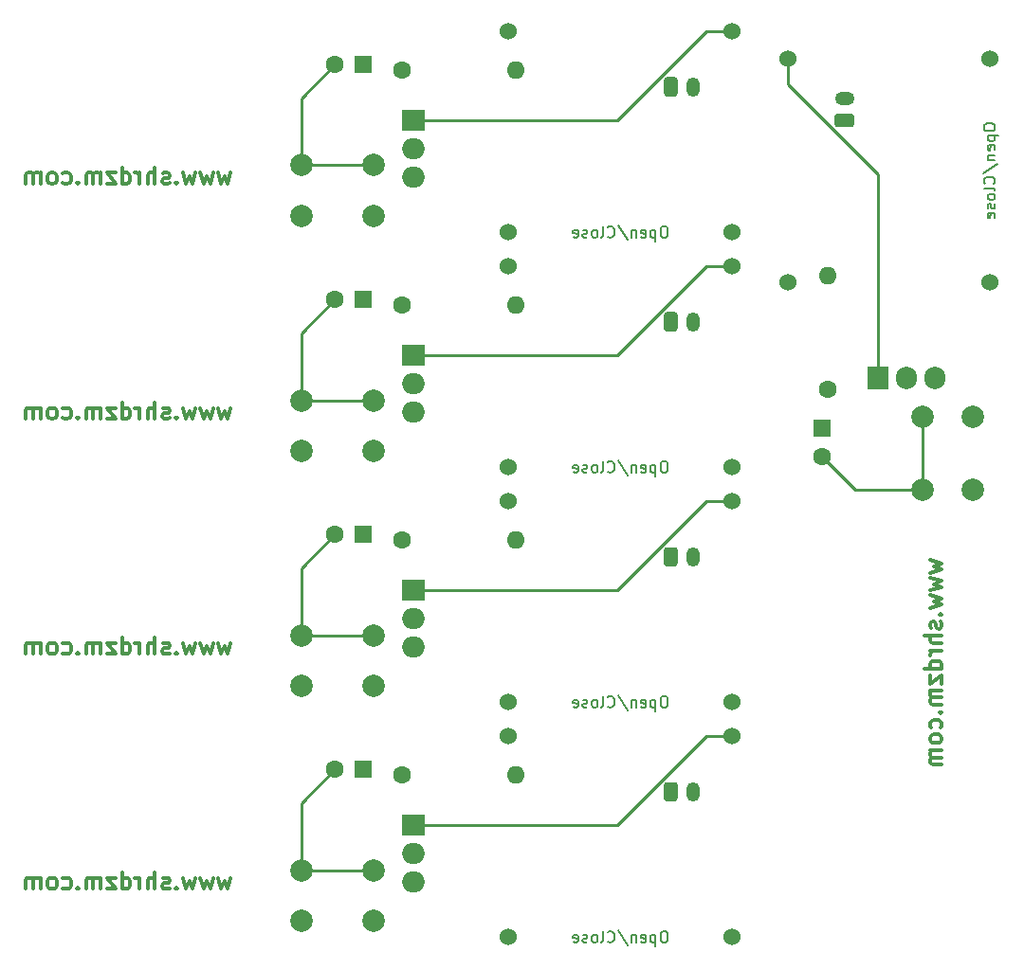
<source format=gbr>
%TF.GenerationSoftware,KiCad,Pcbnew,(5.1.9)-1*%
%TF.CreationDate,2021-03-18T16:40:48+01:00*%
%TF.ProjectId,DOORSENSOR,444f4f52-5345-44e5-934f-522e6b696361,rev?*%
%TF.SameCoordinates,Original*%
%TF.FileFunction,Copper,L2,Bot*%
%TF.FilePolarity,Positive*%
%FSLAX46Y46*%
G04 Gerber Fmt 4.6, Leading zero omitted, Abs format (unit mm)*
G04 Created by KiCad (PCBNEW (5.1.9)-1) date 2021-03-18 16:40:48*
%MOMM*%
%LPD*%
G01*
G04 APERTURE LIST*
%TA.AperFunction,NonConductor*%
%ADD10C,0.300000*%
%TD*%
%ADD11C,0.150000*%
%TA.AperFunction,ComponentPad*%
%ADD12C,2.000000*%
%TD*%
%TA.AperFunction,ComponentPad*%
%ADD13C,1.524000*%
%TD*%
%TA.AperFunction,ComponentPad*%
%ADD14O,1.905000X2.000000*%
%TD*%
%TA.AperFunction,ComponentPad*%
%ADD15R,1.905000X2.000000*%
%TD*%
%TA.AperFunction,ComponentPad*%
%ADD16C,1.600000*%
%TD*%
%TA.AperFunction,ComponentPad*%
%ADD17R,1.600000X1.600000*%
%TD*%
%TA.AperFunction,ComponentPad*%
%ADD18O,1.600000X1.600000*%
%TD*%
%TA.AperFunction,ComponentPad*%
%ADD19O,1.750000X1.200000*%
%TD*%
%TA.AperFunction,ComponentPad*%
%ADD20O,1.200000X1.750000*%
%TD*%
%TA.AperFunction,ComponentPad*%
%ADD21O,2.000000X1.905000*%
%TD*%
%TA.AperFunction,ComponentPad*%
%ADD22R,2.000000X1.905000*%
%TD*%
%TA.AperFunction,Conductor*%
%ADD23C,0.250000*%
%TD*%
G04 APERTURE END LIST*
D10*
X153678571Y-101285714D02*
X154678571Y-101571428D01*
X153964285Y-101857142D01*
X154678571Y-102142857D01*
X153678571Y-102428571D01*
X153678571Y-102857142D02*
X154678571Y-103142857D01*
X153964285Y-103428571D01*
X154678571Y-103714285D01*
X153678571Y-104000000D01*
X153678571Y-104428571D02*
X154678571Y-104714285D01*
X153964285Y-105000000D01*
X154678571Y-105285714D01*
X153678571Y-105571428D01*
X154535714Y-106142857D02*
X154607142Y-106214285D01*
X154678571Y-106142857D01*
X154607142Y-106071428D01*
X154535714Y-106142857D01*
X154678571Y-106142857D01*
X154607142Y-106785714D02*
X154678571Y-106928571D01*
X154678571Y-107214285D01*
X154607142Y-107357142D01*
X154464285Y-107428571D01*
X154392857Y-107428571D01*
X154250000Y-107357142D01*
X154178571Y-107214285D01*
X154178571Y-107000000D01*
X154107142Y-106857142D01*
X153964285Y-106785714D01*
X153892857Y-106785714D01*
X153750000Y-106857142D01*
X153678571Y-107000000D01*
X153678571Y-107214285D01*
X153750000Y-107357142D01*
X154678571Y-108071428D02*
X153178571Y-108071428D01*
X154678571Y-108714285D02*
X153892857Y-108714285D01*
X153750000Y-108642857D01*
X153678571Y-108500000D01*
X153678571Y-108285714D01*
X153750000Y-108142857D01*
X153821428Y-108071428D01*
X154678571Y-109428571D02*
X153678571Y-109428571D01*
X153964285Y-109428571D02*
X153821428Y-109500000D01*
X153750000Y-109571428D01*
X153678571Y-109714285D01*
X153678571Y-109857142D01*
X154678571Y-111000000D02*
X153178571Y-111000000D01*
X154607142Y-111000000D02*
X154678571Y-110857142D01*
X154678571Y-110571428D01*
X154607142Y-110428571D01*
X154535714Y-110357142D01*
X154392857Y-110285714D01*
X153964285Y-110285714D01*
X153821428Y-110357142D01*
X153750000Y-110428571D01*
X153678571Y-110571428D01*
X153678571Y-110857142D01*
X153750000Y-111000000D01*
X153678571Y-111571428D02*
X153678571Y-112357142D01*
X154678571Y-111571428D01*
X154678571Y-112357142D01*
X154678571Y-112928571D02*
X153678571Y-112928571D01*
X153821428Y-112928571D02*
X153750000Y-113000000D01*
X153678571Y-113142857D01*
X153678571Y-113357142D01*
X153750000Y-113500000D01*
X153892857Y-113571428D01*
X154678571Y-113571428D01*
X153892857Y-113571428D02*
X153750000Y-113642857D01*
X153678571Y-113785714D01*
X153678571Y-114000000D01*
X153750000Y-114142857D01*
X153892857Y-114214285D01*
X154678571Y-114214285D01*
X154535714Y-114928571D02*
X154607142Y-115000000D01*
X154678571Y-114928571D01*
X154607142Y-114857142D01*
X154535714Y-114928571D01*
X154678571Y-114928571D01*
X154607142Y-116285714D02*
X154678571Y-116142857D01*
X154678571Y-115857142D01*
X154607142Y-115714285D01*
X154535714Y-115642857D01*
X154392857Y-115571428D01*
X153964285Y-115571428D01*
X153821428Y-115642857D01*
X153750000Y-115714285D01*
X153678571Y-115857142D01*
X153678571Y-116142857D01*
X153750000Y-116285714D01*
X154678571Y-117142857D02*
X154607142Y-117000000D01*
X154535714Y-116928571D01*
X154392857Y-116857142D01*
X153964285Y-116857142D01*
X153821428Y-116928571D01*
X153750000Y-117000000D01*
X153678571Y-117142857D01*
X153678571Y-117357142D01*
X153750000Y-117500000D01*
X153821428Y-117571428D01*
X153964285Y-117642857D01*
X154392857Y-117642857D01*
X154535714Y-117571428D01*
X154607142Y-117500000D01*
X154678571Y-117357142D01*
X154678571Y-117142857D01*
X154678571Y-118285714D02*
X153678571Y-118285714D01*
X153821428Y-118285714D02*
X153750000Y-118357142D01*
X153678571Y-118500000D01*
X153678571Y-118714285D01*
X153750000Y-118857142D01*
X153892857Y-118928571D01*
X154678571Y-118928571D01*
X153892857Y-118928571D02*
X153750000Y-119000000D01*
X153678571Y-119142857D01*
X153678571Y-119357142D01*
X153750000Y-119500000D01*
X153892857Y-119571428D01*
X154678571Y-119571428D01*
X91214285Y-129678571D02*
X90928571Y-130678571D01*
X90642857Y-129964285D01*
X90357142Y-130678571D01*
X90071428Y-129678571D01*
X89642857Y-129678571D02*
X89357142Y-130678571D01*
X89071428Y-129964285D01*
X88785714Y-130678571D01*
X88500000Y-129678571D01*
X88071428Y-129678571D02*
X87785714Y-130678571D01*
X87500000Y-129964285D01*
X87214285Y-130678571D01*
X86928571Y-129678571D01*
X86357142Y-130535714D02*
X86285714Y-130607142D01*
X86357142Y-130678571D01*
X86428571Y-130607142D01*
X86357142Y-130535714D01*
X86357142Y-130678571D01*
X85714285Y-130607142D02*
X85571428Y-130678571D01*
X85285714Y-130678571D01*
X85142857Y-130607142D01*
X85071428Y-130464285D01*
X85071428Y-130392857D01*
X85142857Y-130250000D01*
X85285714Y-130178571D01*
X85500000Y-130178571D01*
X85642857Y-130107142D01*
X85714285Y-129964285D01*
X85714285Y-129892857D01*
X85642857Y-129750000D01*
X85500000Y-129678571D01*
X85285714Y-129678571D01*
X85142857Y-129750000D01*
X84428571Y-130678571D02*
X84428571Y-129178571D01*
X83785714Y-130678571D02*
X83785714Y-129892857D01*
X83857142Y-129750000D01*
X84000000Y-129678571D01*
X84214285Y-129678571D01*
X84357142Y-129750000D01*
X84428571Y-129821428D01*
X83071428Y-130678571D02*
X83071428Y-129678571D01*
X83071428Y-129964285D02*
X83000000Y-129821428D01*
X82928571Y-129750000D01*
X82785714Y-129678571D01*
X82642857Y-129678571D01*
X81500000Y-130678571D02*
X81500000Y-129178571D01*
X81500000Y-130607142D02*
X81642857Y-130678571D01*
X81928571Y-130678571D01*
X82071428Y-130607142D01*
X82142857Y-130535714D01*
X82214285Y-130392857D01*
X82214285Y-129964285D01*
X82142857Y-129821428D01*
X82071428Y-129750000D01*
X81928571Y-129678571D01*
X81642857Y-129678571D01*
X81500000Y-129750000D01*
X80928571Y-129678571D02*
X80142857Y-129678571D01*
X80928571Y-130678571D01*
X80142857Y-130678571D01*
X79571428Y-130678571D02*
X79571428Y-129678571D01*
X79571428Y-129821428D02*
X79500000Y-129750000D01*
X79357142Y-129678571D01*
X79142857Y-129678571D01*
X79000000Y-129750000D01*
X78928571Y-129892857D01*
X78928571Y-130678571D01*
X78928571Y-129892857D02*
X78857142Y-129750000D01*
X78714285Y-129678571D01*
X78500000Y-129678571D01*
X78357142Y-129750000D01*
X78285714Y-129892857D01*
X78285714Y-130678571D01*
X77571428Y-130535714D02*
X77500000Y-130607142D01*
X77571428Y-130678571D01*
X77642857Y-130607142D01*
X77571428Y-130535714D01*
X77571428Y-130678571D01*
X76214285Y-130607142D02*
X76357142Y-130678571D01*
X76642857Y-130678571D01*
X76785714Y-130607142D01*
X76857142Y-130535714D01*
X76928571Y-130392857D01*
X76928571Y-129964285D01*
X76857142Y-129821428D01*
X76785714Y-129750000D01*
X76642857Y-129678571D01*
X76357142Y-129678571D01*
X76214285Y-129750000D01*
X75357142Y-130678571D02*
X75500000Y-130607142D01*
X75571428Y-130535714D01*
X75642857Y-130392857D01*
X75642857Y-129964285D01*
X75571428Y-129821428D01*
X75500000Y-129750000D01*
X75357142Y-129678571D01*
X75142857Y-129678571D01*
X75000000Y-129750000D01*
X74928571Y-129821428D01*
X74857142Y-129964285D01*
X74857142Y-130392857D01*
X74928571Y-130535714D01*
X75000000Y-130607142D01*
X75142857Y-130678571D01*
X75357142Y-130678571D01*
X74214285Y-130678571D02*
X74214285Y-129678571D01*
X74214285Y-129821428D02*
X74142857Y-129750000D01*
X74000000Y-129678571D01*
X73785714Y-129678571D01*
X73642857Y-129750000D01*
X73571428Y-129892857D01*
X73571428Y-130678571D01*
X73571428Y-129892857D02*
X73500000Y-129750000D01*
X73357142Y-129678571D01*
X73142857Y-129678571D01*
X73000000Y-129750000D01*
X72928571Y-129892857D01*
X72928571Y-130678571D01*
X91214285Y-108678571D02*
X90928571Y-109678571D01*
X90642857Y-108964285D01*
X90357142Y-109678571D01*
X90071428Y-108678571D01*
X89642857Y-108678571D02*
X89357142Y-109678571D01*
X89071428Y-108964285D01*
X88785714Y-109678571D01*
X88500000Y-108678571D01*
X88071428Y-108678571D02*
X87785714Y-109678571D01*
X87500000Y-108964285D01*
X87214285Y-109678571D01*
X86928571Y-108678571D01*
X86357142Y-109535714D02*
X86285714Y-109607142D01*
X86357142Y-109678571D01*
X86428571Y-109607142D01*
X86357142Y-109535714D01*
X86357142Y-109678571D01*
X85714285Y-109607142D02*
X85571428Y-109678571D01*
X85285714Y-109678571D01*
X85142857Y-109607142D01*
X85071428Y-109464285D01*
X85071428Y-109392857D01*
X85142857Y-109250000D01*
X85285714Y-109178571D01*
X85500000Y-109178571D01*
X85642857Y-109107142D01*
X85714285Y-108964285D01*
X85714285Y-108892857D01*
X85642857Y-108750000D01*
X85500000Y-108678571D01*
X85285714Y-108678571D01*
X85142857Y-108750000D01*
X84428571Y-109678571D02*
X84428571Y-108178571D01*
X83785714Y-109678571D02*
X83785714Y-108892857D01*
X83857142Y-108750000D01*
X84000000Y-108678571D01*
X84214285Y-108678571D01*
X84357142Y-108750000D01*
X84428571Y-108821428D01*
X83071428Y-109678571D02*
X83071428Y-108678571D01*
X83071428Y-108964285D02*
X83000000Y-108821428D01*
X82928571Y-108750000D01*
X82785714Y-108678571D01*
X82642857Y-108678571D01*
X81500000Y-109678571D02*
X81500000Y-108178571D01*
X81500000Y-109607142D02*
X81642857Y-109678571D01*
X81928571Y-109678571D01*
X82071428Y-109607142D01*
X82142857Y-109535714D01*
X82214285Y-109392857D01*
X82214285Y-108964285D01*
X82142857Y-108821428D01*
X82071428Y-108750000D01*
X81928571Y-108678571D01*
X81642857Y-108678571D01*
X81500000Y-108750000D01*
X80928571Y-108678571D02*
X80142857Y-108678571D01*
X80928571Y-109678571D01*
X80142857Y-109678571D01*
X79571428Y-109678571D02*
X79571428Y-108678571D01*
X79571428Y-108821428D02*
X79500000Y-108750000D01*
X79357142Y-108678571D01*
X79142857Y-108678571D01*
X79000000Y-108750000D01*
X78928571Y-108892857D01*
X78928571Y-109678571D01*
X78928571Y-108892857D02*
X78857142Y-108750000D01*
X78714285Y-108678571D01*
X78500000Y-108678571D01*
X78357142Y-108750000D01*
X78285714Y-108892857D01*
X78285714Y-109678571D01*
X77571428Y-109535714D02*
X77500000Y-109607142D01*
X77571428Y-109678571D01*
X77642857Y-109607142D01*
X77571428Y-109535714D01*
X77571428Y-109678571D01*
X76214285Y-109607142D02*
X76357142Y-109678571D01*
X76642857Y-109678571D01*
X76785714Y-109607142D01*
X76857142Y-109535714D01*
X76928571Y-109392857D01*
X76928571Y-108964285D01*
X76857142Y-108821428D01*
X76785714Y-108750000D01*
X76642857Y-108678571D01*
X76357142Y-108678571D01*
X76214285Y-108750000D01*
X75357142Y-109678571D02*
X75500000Y-109607142D01*
X75571428Y-109535714D01*
X75642857Y-109392857D01*
X75642857Y-108964285D01*
X75571428Y-108821428D01*
X75500000Y-108750000D01*
X75357142Y-108678571D01*
X75142857Y-108678571D01*
X75000000Y-108750000D01*
X74928571Y-108821428D01*
X74857142Y-108964285D01*
X74857142Y-109392857D01*
X74928571Y-109535714D01*
X75000000Y-109607142D01*
X75142857Y-109678571D01*
X75357142Y-109678571D01*
X74214285Y-109678571D02*
X74214285Y-108678571D01*
X74214285Y-108821428D02*
X74142857Y-108750000D01*
X74000000Y-108678571D01*
X73785714Y-108678571D01*
X73642857Y-108750000D01*
X73571428Y-108892857D01*
X73571428Y-109678571D01*
X73571428Y-108892857D02*
X73500000Y-108750000D01*
X73357142Y-108678571D01*
X73142857Y-108678571D01*
X73000000Y-108750000D01*
X72928571Y-108892857D01*
X72928571Y-109678571D01*
X91214285Y-87678571D02*
X90928571Y-88678571D01*
X90642857Y-87964285D01*
X90357142Y-88678571D01*
X90071428Y-87678571D01*
X89642857Y-87678571D02*
X89357142Y-88678571D01*
X89071428Y-87964285D01*
X88785714Y-88678571D01*
X88500000Y-87678571D01*
X88071428Y-87678571D02*
X87785714Y-88678571D01*
X87500000Y-87964285D01*
X87214285Y-88678571D01*
X86928571Y-87678571D01*
X86357142Y-88535714D02*
X86285714Y-88607142D01*
X86357142Y-88678571D01*
X86428571Y-88607142D01*
X86357142Y-88535714D01*
X86357142Y-88678571D01*
X85714285Y-88607142D02*
X85571428Y-88678571D01*
X85285714Y-88678571D01*
X85142857Y-88607142D01*
X85071428Y-88464285D01*
X85071428Y-88392857D01*
X85142857Y-88250000D01*
X85285714Y-88178571D01*
X85500000Y-88178571D01*
X85642857Y-88107142D01*
X85714285Y-87964285D01*
X85714285Y-87892857D01*
X85642857Y-87750000D01*
X85500000Y-87678571D01*
X85285714Y-87678571D01*
X85142857Y-87750000D01*
X84428571Y-88678571D02*
X84428571Y-87178571D01*
X83785714Y-88678571D02*
X83785714Y-87892857D01*
X83857142Y-87750000D01*
X84000000Y-87678571D01*
X84214285Y-87678571D01*
X84357142Y-87750000D01*
X84428571Y-87821428D01*
X83071428Y-88678571D02*
X83071428Y-87678571D01*
X83071428Y-87964285D02*
X83000000Y-87821428D01*
X82928571Y-87750000D01*
X82785714Y-87678571D01*
X82642857Y-87678571D01*
X81500000Y-88678571D02*
X81500000Y-87178571D01*
X81500000Y-88607142D02*
X81642857Y-88678571D01*
X81928571Y-88678571D01*
X82071428Y-88607142D01*
X82142857Y-88535714D01*
X82214285Y-88392857D01*
X82214285Y-87964285D01*
X82142857Y-87821428D01*
X82071428Y-87750000D01*
X81928571Y-87678571D01*
X81642857Y-87678571D01*
X81500000Y-87750000D01*
X80928571Y-87678571D02*
X80142857Y-87678571D01*
X80928571Y-88678571D01*
X80142857Y-88678571D01*
X79571428Y-88678571D02*
X79571428Y-87678571D01*
X79571428Y-87821428D02*
X79500000Y-87750000D01*
X79357142Y-87678571D01*
X79142857Y-87678571D01*
X79000000Y-87750000D01*
X78928571Y-87892857D01*
X78928571Y-88678571D01*
X78928571Y-87892857D02*
X78857142Y-87750000D01*
X78714285Y-87678571D01*
X78500000Y-87678571D01*
X78357142Y-87750000D01*
X78285714Y-87892857D01*
X78285714Y-88678571D01*
X77571428Y-88535714D02*
X77500000Y-88607142D01*
X77571428Y-88678571D01*
X77642857Y-88607142D01*
X77571428Y-88535714D01*
X77571428Y-88678571D01*
X76214285Y-88607142D02*
X76357142Y-88678571D01*
X76642857Y-88678571D01*
X76785714Y-88607142D01*
X76857142Y-88535714D01*
X76928571Y-88392857D01*
X76928571Y-87964285D01*
X76857142Y-87821428D01*
X76785714Y-87750000D01*
X76642857Y-87678571D01*
X76357142Y-87678571D01*
X76214285Y-87750000D01*
X75357142Y-88678571D02*
X75500000Y-88607142D01*
X75571428Y-88535714D01*
X75642857Y-88392857D01*
X75642857Y-87964285D01*
X75571428Y-87821428D01*
X75500000Y-87750000D01*
X75357142Y-87678571D01*
X75142857Y-87678571D01*
X75000000Y-87750000D01*
X74928571Y-87821428D01*
X74857142Y-87964285D01*
X74857142Y-88392857D01*
X74928571Y-88535714D01*
X75000000Y-88607142D01*
X75142857Y-88678571D01*
X75357142Y-88678571D01*
X74214285Y-88678571D02*
X74214285Y-87678571D01*
X74214285Y-87821428D02*
X74142857Y-87750000D01*
X74000000Y-87678571D01*
X73785714Y-87678571D01*
X73642857Y-87750000D01*
X73571428Y-87892857D01*
X73571428Y-88678571D01*
X73571428Y-87892857D02*
X73500000Y-87750000D01*
X73357142Y-87678571D01*
X73142857Y-87678571D01*
X73000000Y-87750000D01*
X72928571Y-87892857D01*
X72928571Y-88678571D01*
X91214285Y-66678571D02*
X90928571Y-67678571D01*
X90642857Y-66964285D01*
X90357142Y-67678571D01*
X90071428Y-66678571D01*
X89642857Y-66678571D02*
X89357142Y-67678571D01*
X89071428Y-66964285D01*
X88785714Y-67678571D01*
X88500000Y-66678571D01*
X88071428Y-66678571D02*
X87785714Y-67678571D01*
X87500000Y-66964285D01*
X87214285Y-67678571D01*
X86928571Y-66678571D01*
X86357142Y-67535714D02*
X86285714Y-67607142D01*
X86357142Y-67678571D01*
X86428571Y-67607142D01*
X86357142Y-67535714D01*
X86357142Y-67678571D01*
X85714285Y-67607142D02*
X85571428Y-67678571D01*
X85285714Y-67678571D01*
X85142857Y-67607142D01*
X85071428Y-67464285D01*
X85071428Y-67392857D01*
X85142857Y-67250000D01*
X85285714Y-67178571D01*
X85500000Y-67178571D01*
X85642857Y-67107142D01*
X85714285Y-66964285D01*
X85714285Y-66892857D01*
X85642857Y-66750000D01*
X85500000Y-66678571D01*
X85285714Y-66678571D01*
X85142857Y-66750000D01*
X84428571Y-67678571D02*
X84428571Y-66178571D01*
X83785714Y-67678571D02*
X83785714Y-66892857D01*
X83857142Y-66750000D01*
X84000000Y-66678571D01*
X84214285Y-66678571D01*
X84357142Y-66750000D01*
X84428571Y-66821428D01*
X83071428Y-67678571D02*
X83071428Y-66678571D01*
X83071428Y-66964285D02*
X83000000Y-66821428D01*
X82928571Y-66750000D01*
X82785714Y-66678571D01*
X82642857Y-66678571D01*
X81500000Y-67678571D02*
X81500000Y-66178571D01*
X81500000Y-67607142D02*
X81642857Y-67678571D01*
X81928571Y-67678571D01*
X82071428Y-67607142D01*
X82142857Y-67535714D01*
X82214285Y-67392857D01*
X82214285Y-66964285D01*
X82142857Y-66821428D01*
X82071428Y-66750000D01*
X81928571Y-66678571D01*
X81642857Y-66678571D01*
X81500000Y-66750000D01*
X80928571Y-66678571D02*
X80142857Y-66678571D01*
X80928571Y-67678571D01*
X80142857Y-67678571D01*
X79571428Y-67678571D02*
X79571428Y-66678571D01*
X79571428Y-66821428D02*
X79500000Y-66750000D01*
X79357142Y-66678571D01*
X79142857Y-66678571D01*
X79000000Y-66750000D01*
X78928571Y-66892857D01*
X78928571Y-67678571D01*
X78928571Y-66892857D02*
X78857142Y-66750000D01*
X78714285Y-66678571D01*
X78500000Y-66678571D01*
X78357142Y-66750000D01*
X78285714Y-66892857D01*
X78285714Y-67678571D01*
X77571428Y-67535714D02*
X77500000Y-67607142D01*
X77571428Y-67678571D01*
X77642857Y-67607142D01*
X77571428Y-67535714D01*
X77571428Y-67678571D01*
X76214285Y-67607142D02*
X76357142Y-67678571D01*
X76642857Y-67678571D01*
X76785714Y-67607142D01*
X76857142Y-67535714D01*
X76928571Y-67392857D01*
X76928571Y-66964285D01*
X76857142Y-66821428D01*
X76785714Y-66750000D01*
X76642857Y-66678571D01*
X76357142Y-66678571D01*
X76214285Y-66750000D01*
X75357142Y-67678571D02*
X75500000Y-67607142D01*
X75571428Y-67535714D01*
X75642857Y-67392857D01*
X75642857Y-66964285D01*
X75571428Y-66821428D01*
X75500000Y-66750000D01*
X75357142Y-66678571D01*
X75142857Y-66678571D01*
X75000000Y-66750000D01*
X74928571Y-66821428D01*
X74857142Y-66964285D01*
X74857142Y-67392857D01*
X74928571Y-67535714D01*
X75000000Y-67607142D01*
X75142857Y-67678571D01*
X75357142Y-67678571D01*
X74214285Y-67678571D02*
X74214285Y-66678571D01*
X74214285Y-66821428D02*
X74142857Y-66750000D01*
X74000000Y-66678571D01*
X73785714Y-66678571D01*
X73642857Y-66750000D01*
X73571428Y-66892857D01*
X73571428Y-67678571D01*
X73571428Y-66892857D02*
X73500000Y-66750000D01*
X73357142Y-66678571D01*
X73142857Y-66678571D01*
X73000000Y-66750000D01*
X72928571Y-66892857D01*
X72928571Y-67678571D01*
%TO.C,SW3*%
D11*
X158452380Y-62500000D02*
X158452380Y-62690476D01*
X158500000Y-62785714D01*
X158595238Y-62880952D01*
X158785714Y-62928571D01*
X159119047Y-62928571D01*
X159309523Y-62880952D01*
X159404761Y-62785714D01*
X159452380Y-62690476D01*
X159452380Y-62500000D01*
X159404761Y-62404761D01*
X159309523Y-62309523D01*
X159119047Y-62261904D01*
X158785714Y-62261904D01*
X158595238Y-62309523D01*
X158500000Y-62404761D01*
X158452380Y-62500000D01*
X158785714Y-63357142D02*
X159785714Y-63357142D01*
X158833333Y-63357142D02*
X158785714Y-63452380D01*
X158785714Y-63642857D01*
X158833333Y-63738095D01*
X158880952Y-63785714D01*
X158976190Y-63833333D01*
X159261904Y-63833333D01*
X159357142Y-63785714D01*
X159404761Y-63738095D01*
X159452380Y-63642857D01*
X159452380Y-63452380D01*
X159404761Y-63357142D01*
X159404761Y-64642857D02*
X159452380Y-64547619D01*
X159452380Y-64357142D01*
X159404761Y-64261904D01*
X159309523Y-64214285D01*
X158928571Y-64214285D01*
X158833333Y-64261904D01*
X158785714Y-64357142D01*
X158785714Y-64547619D01*
X158833333Y-64642857D01*
X158928571Y-64690476D01*
X159023809Y-64690476D01*
X159119047Y-64214285D01*
X158785714Y-65119047D02*
X159452380Y-65119047D01*
X158880952Y-65119047D02*
X158833333Y-65166666D01*
X158785714Y-65261904D01*
X158785714Y-65404761D01*
X158833333Y-65500000D01*
X158928571Y-65547619D01*
X159452380Y-65547619D01*
X158404761Y-66738095D02*
X159690476Y-65880952D01*
X159357142Y-67642857D02*
X159404761Y-67595238D01*
X159452380Y-67452380D01*
X159452380Y-67357142D01*
X159404761Y-67214285D01*
X159309523Y-67119047D01*
X159214285Y-67071428D01*
X159023809Y-67023809D01*
X158880952Y-67023809D01*
X158690476Y-67071428D01*
X158595238Y-67119047D01*
X158500000Y-67214285D01*
X158452380Y-67357142D01*
X158452380Y-67452380D01*
X158500000Y-67595238D01*
X158547619Y-67642857D01*
X159452380Y-68214285D02*
X159404761Y-68119047D01*
X159309523Y-68071428D01*
X158452380Y-68071428D01*
X159452380Y-68738095D02*
X159404761Y-68642857D01*
X159357142Y-68595238D01*
X159261904Y-68547619D01*
X158976190Y-68547619D01*
X158880952Y-68595238D01*
X158833333Y-68642857D01*
X158785714Y-68738095D01*
X158785714Y-68880952D01*
X158833333Y-68976190D01*
X158880952Y-69023809D01*
X158976190Y-69071428D01*
X159261904Y-69071428D01*
X159357142Y-69023809D01*
X159404761Y-68976190D01*
X159452380Y-68880952D01*
X159452380Y-68738095D01*
X159404761Y-69452380D02*
X159452380Y-69547619D01*
X159452380Y-69738095D01*
X159404761Y-69833333D01*
X159309523Y-69880952D01*
X159261904Y-69880952D01*
X159166666Y-69833333D01*
X159119047Y-69738095D01*
X159119047Y-69595238D01*
X159071428Y-69500000D01*
X158976190Y-69452380D01*
X158928571Y-69452380D01*
X158833333Y-69500000D01*
X158785714Y-69595238D01*
X158785714Y-69738095D01*
X158833333Y-69833333D01*
X159404761Y-70690476D02*
X159452380Y-70595238D01*
X159452380Y-70404761D01*
X159404761Y-70309523D01*
X159309523Y-70261904D01*
X158928571Y-70261904D01*
X158833333Y-70309523D01*
X158785714Y-70404761D01*
X158785714Y-70595238D01*
X158833333Y-70690476D01*
X158928571Y-70738095D01*
X159023809Y-70738095D01*
X159119047Y-70261904D01*
X130000000Y-134452380D02*
X129809523Y-134452380D01*
X129714285Y-134500000D01*
X129619047Y-134595238D01*
X129571428Y-134785714D01*
X129571428Y-135119047D01*
X129619047Y-135309523D01*
X129714285Y-135404761D01*
X129809523Y-135452380D01*
X130000000Y-135452380D01*
X130095238Y-135404761D01*
X130190476Y-135309523D01*
X130238095Y-135119047D01*
X130238095Y-134785714D01*
X130190476Y-134595238D01*
X130095238Y-134500000D01*
X130000000Y-134452380D01*
X129142857Y-134785714D02*
X129142857Y-135785714D01*
X129142857Y-134833333D02*
X129047619Y-134785714D01*
X128857142Y-134785714D01*
X128761904Y-134833333D01*
X128714285Y-134880952D01*
X128666666Y-134976190D01*
X128666666Y-135261904D01*
X128714285Y-135357142D01*
X128761904Y-135404761D01*
X128857142Y-135452380D01*
X129047619Y-135452380D01*
X129142857Y-135404761D01*
X127857142Y-135404761D02*
X127952380Y-135452380D01*
X128142857Y-135452380D01*
X128238095Y-135404761D01*
X128285714Y-135309523D01*
X128285714Y-134928571D01*
X128238095Y-134833333D01*
X128142857Y-134785714D01*
X127952380Y-134785714D01*
X127857142Y-134833333D01*
X127809523Y-134928571D01*
X127809523Y-135023809D01*
X128285714Y-135119047D01*
X127380952Y-134785714D02*
X127380952Y-135452380D01*
X127380952Y-134880952D02*
X127333333Y-134833333D01*
X127238095Y-134785714D01*
X127095238Y-134785714D01*
X127000000Y-134833333D01*
X126952380Y-134928571D01*
X126952380Y-135452380D01*
X125761904Y-134404761D02*
X126619047Y-135690476D01*
X124857142Y-135357142D02*
X124904761Y-135404761D01*
X125047619Y-135452380D01*
X125142857Y-135452380D01*
X125285714Y-135404761D01*
X125380952Y-135309523D01*
X125428571Y-135214285D01*
X125476190Y-135023809D01*
X125476190Y-134880952D01*
X125428571Y-134690476D01*
X125380952Y-134595238D01*
X125285714Y-134500000D01*
X125142857Y-134452380D01*
X125047619Y-134452380D01*
X124904761Y-134500000D01*
X124857142Y-134547619D01*
X124285714Y-135452380D02*
X124380952Y-135404761D01*
X124428571Y-135309523D01*
X124428571Y-134452380D01*
X123761904Y-135452380D02*
X123857142Y-135404761D01*
X123904761Y-135357142D01*
X123952380Y-135261904D01*
X123952380Y-134976190D01*
X123904761Y-134880952D01*
X123857142Y-134833333D01*
X123761904Y-134785714D01*
X123619047Y-134785714D01*
X123523809Y-134833333D01*
X123476190Y-134880952D01*
X123428571Y-134976190D01*
X123428571Y-135261904D01*
X123476190Y-135357142D01*
X123523809Y-135404761D01*
X123619047Y-135452380D01*
X123761904Y-135452380D01*
X123047619Y-135404761D02*
X122952380Y-135452380D01*
X122761904Y-135452380D01*
X122666666Y-135404761D01*
X122619047Y-135309523D01*
X122619047Y-135261904D01*
X122666666Y-135166666D01*
X122761904Y-135119047D01*
X122904761Y-135119047D01*
X123000000Y-135071428D01*
X123047619Y-134976190D01*
X123047619Y-134928571D01*
X123000000Y-134833333D01*
X122904761Y-134785714D01*
X122761904Y-134785714D01*
X122666666Y-134833333D01*
X121809523Y-135404761D02*
X121904761Y-135452380D01*
X122095238Y-135452380D01*
X122190476Y-135404761D01*
X122238095Y-135309523D01*
X122238095Y-134928571D01*
X122190476Y-134833333D01*
X122095238Y-134785714D01*
X121904761Y-134785714D01*
X121809523Y-134833333D01*
X121761904Y-134928571D01*
X121761904Y-135023809D01*
X122238095Y-135119047D01*
X130000000Y-113452380D02*
X129809523Y-113452380D01*
X129714285Y-113500000D01*
X129619047Y-113595238D01*
X129571428Y-113785714D01*
X129571428Y-114119047D01*
X129619047Y-114309523D01*
X129714285Y-114404761D01*
X129809523Y-114452380D01*
X130000000Y-114452380D01*
X130095238Y-114404761D01*
X130190476Y-114309523D01*
X130238095Y-114119047D01*
X130238095Y-113785714D01*
X130190476Y-113595238D01*
X130095238Y-113500000D01*
X130000000Y-113452380D01*
X129142857Y-113785714D02*
X129142857Y-114785714D01*
X129142857Y-113833333D02*
X129047619Y-113785714D01*
X128857142Y-113785714D01*
X128761904Y-113833333D01*
X128714285Y-113880952D01*
X128666666Y-113976190D01*
X128666666Y-114261904D01*
X128714285Y-114357142D01*
X128761904Y-114404761D01*
X128857142Y-114452380D01*
X129047619Y-114452380D01*
X129142857Y-114404761D01*
X127857142Y-114404761D02*
X127952380Y-114452380D01*
X128142857Y-114452380D01*
X128238095Y-114404761D01*
X128285714Y-114309523D01*
X128285714Y-113928571D01*
X128238095Y-113833333D01*
X128142857Y-113785714D01*
X127952380Y-113785714D01*
X127857142Y-113833333D01*
X127809523Y-113928571D01*
X127809523Y-114023809D01*
X128285714Y-114119047D01*
X127380952Y-113785714D02*
X127380952Y-114452380D01*
X127380952Y-113880952D02*
X127333333Y-113833333D01*
X127238095Y-113785714D01*
X127095238Y-113785714D01*
X127000000Y-113833333D01*
X126952380Y-113928571D01*
X126952380Y-114452380D01*
X125761904Y-113404761D02*
X126619047Y-114690476D01*
X124857142Y-114357142D02*
X124904761Y-114404761D01*
X125047619Y-114452380D01*
X125142857Y-114452380D01*
X125285714Y-114404761D01*
X125380952Y-114309523D01*
X125428571Y-114214285D01*
X125476190Y-114023809D01*
X125476190Y-113880952D01*
X125428571Y-113690476D01*
X125380952Y-113595238D01*
X125285714Y-113500000D01*
X125142857Y-113452380D01*
X125047619Y-113452380D01*
X124904761Y-113500000D01*
X124857142Y-113547619D01*
X124285714Y-114452380D02*
X124380952Y-114404761D01*
X124428571Y-114309523D01*
X124428571Y-113452380D01*
X123761904Y-114452380D02*
X123857142Y-114404761D01*
X123904761Y-114357142D01*
X123952380Y-114261904D01*
X123952380Y-113976190D01*
X123904761Y-113880952D01*
X123857142Y-113833333D01*
X123761904Y-113785714D01*
X123619047Y-113785714D01*
X123523809Y-113833333D01*
X123476190Y-113880952D01*
X123428571Y-113976190D01*
X123428571Y-114261904D01*
X123476190Y-114357142D01*
X123523809Y-114404761D01*
X123619047Y-114452380D01*
X123761904Y-114452380D01*
X123047619Y-114404761D02*
X122952380Y-114452380D01*
X122761904Y-114452380D01*
X122666666Y-114404761D01*
X122619047Y-114309523D01*
X122619047Y-114261904D01*
X122666666Y-114166666D01*
X122761904Y-114119047D01*
X122904761Y-114119047D01*
X123000000Y-114071428D01*
X123047619Y-113976190D01*
X123047619Y-113928571D01*
X123000000Y-113833333D01*
X122904761Y-113785714D01*
X122761904Y-113785714D01*
X122666666Y-113833333D01*
X121809523Y-114404761D02*
X121904761Y-114452380D01*
X122095238Y-114452380D01*
X122190476Y-114404761D01*
X122238095Y-114309523D01*
X122238095Y-113928571D01*
X122190476Y-113833333D01*
X122095238Y-113785714D01*
X121904761Y-113785714D01*
X121809523Y-113833333D01*
X121761904Y-113928571D01*
X121761904Y-114023809D01*
X122238095Y-114119047D01*
X130000000Y-92452380D02*
X129809523Y-92452380D01*
X129714285Y-92500000D01*
X129619047Y-92595238D01*
X129571428Y-92785714D01*
X129571428Y-93119047D01*
X129619047Y-93309523D01*
X129714285Y-93404761D01*
X129809523Y-93452380D01*
X130000000Y-93452380D01*
X130095238Y-93404761D01*
X130190476Y-93309523D01*
X130238095Y-93119047D01*
X130238095Y-92785714D01*
X130190476Y-92595238D01*
X130095238Y-92500000D01*
X130000000Y-92452380D01*
X129142857Y-92785714D02*
X129142857Y-93785714D01*
X129142857Y-92833333D02*
X129047619Y-92785714D01*
X128857142Y-92785714D01*
X128761904Y-92833333D01*
X128714285Y-92880952D01*
X128666666Y-92976190D01*
X128666666Y-93261904D01*
X128714285Y-93357142D01*
X128761904Y-93404761D01*
X128857142Y-93452380D01*
X129047619Y-93452380D01*
X129142857Y-93404761D01*
X127857142Y-93404761D02*
X127952380Y-93452380D01*
X128142857Y-93452380D01*
X128238095Y-93404761D01*
X128285714Y-93309523D01*
X128285714Y-92928571D01*
X128238095Y-92833333D01*
X128142857Y-92785714D01*
X127952380Y-92785714D01*
X127857142Y-92833333D01*
X127809523Y-92928571D01*
X127809523Y-93023809D01*
X128285714Y-93119047D01*
X127380952Y-92785714D02*
X127380952Y-93452380D01*
X127380952Y-92880952D02*
X127333333Y-92833333D01*
X127238095Y-92785714D01*
X127095238Y-92785714D01*
X127000000Y-92833333D01*
X126952380Y-92928571D01*
X126952380Y-93452380D01*
X125761904Y-92404761D02*
X126619047Y-93690476D01*
X124857142Y-93357142D02*
X124904761Y-93404761D01*
X125047619Y-93452380D01*
X125142857Y-93452380D01*
X125285714Y-93404761D01*
X125380952Y-93309523D01*
X125428571Y-93214285D01*
X125476190Y-93023809D01*
X125476190Y-92880952D01*
X125428571Y-92690476D01*
X125380952Y-92595238D01*
X125285714Y-92500000D01*
X125142857Y-92452380D01*
X125047619Y-92452380D01*
X124904761Y-92500000D01*
X124857142Y-92547619D01*
X124285714Y-93452380D02*
X124380952Y-93404761D01*
X124428571Y-93309523D01*
X124428571Y-92452380D01*
X123761904Y-93452380D02*
X123857142Y-93404761D01*
X123904761Y-93357142D01*
X123952380Y-93261904D01*
X123952380Y-92976190D01*
X123904761Y-92880952D01*
X123857142Y-92833333D01*
X123761904Y-92785714D01*
X123619047Y-92785714D01*
X123523809Y-92833333D01*
X123476190Y-92880952D01*
X123428571Y-92976190D01*
X123428571Y-93261904D01*
X123476190Y-93357142D01*
X123523809Y-93404761D01*
X123619047Y-93452380D01*
X123761904Y-93452380D01*
X123047619Y-93404761D02*
X122952380Y-93452380D01*
X122761904Y-93452380D01*
X122666666Y-93404761D01*
X122619047Y-93309523D01*
X122619047Y-93261904D01*
X122666666Y-93166666D01*
X122761904Y-93119047D01*
X122904761Y-93119047D01*
X123000000Y-93071428D01*
X123047619Y-92976190D01*
X123047619Y-92928571D01*
X123000000Y-92833333D01*
X122904761Y-92785714D01*
X122761904Y-92785714D01*
X122666666Y-92833333D01*
X121809523Y-93404761D02*
X121904761Y-93452380D01*
X122095238Y-93452380D01*
X122190476Y-93404761D01*
X122238095Y-93309523D01*
X122238095Y-92928571D01*
X122190476Y-92833333D01*
X122095238Y-92785714D01*
X121904761Y-92785714D01*
X121809523Y-92833333D01*
X121761904Y-92928571D01*
X121761904Y-93023809D01*
X122238095Y-93119047D01*
X130000000Y-71452380D02*
X129809523Y-71452380D01*
X129714285Y-71500000D01*
X129619047Y-71595238D01*
X129571428Y-71785714D01*
X129571428Y-72119047D01*
X129619047Y-72309523D01*
X129714285Y-72404761D01*
X129809523Y-72452380D01*
X130000000Y-72452380D01*
X130095238Y-72404761D01*
X130190476Y-72309523D01*
X130238095Y-72119047D01*
X130238095Y-71785714D01*
X130190476Y-71595238D01*
X130095238Y-71500000D01*
X130000000Y-71452380D01*
X129142857Y-71785714D02*
X129142857Y-72785714D01*
X129142857Y-71833333D02*
X129047619Y-71785714D01*
X128857142Y-71785714D01*
X128761904Y-71833333D01*
X128714285Y-71880952D01*
X128666666Y-71976190D01*
X128666666Y-72261904D01*
X128714285Y-72357142D01*
X128761904Y-72404761D01*
X128857142Y-72452380D01*
X129047619Y-72452380D01*
X129142857Y-72404761D01*
X127857142Y-72404761D02*
X127952380Y-72452380D01*
X128142857Y-72452380D01*
X128238095Y-72404761D01*
X128285714Y-72309523D01*
X128285714Y-71928571D01*
X128238095Y-71833333D01*
X128142857Y-71785714D01*
X127952380Y-71785714D01*
X127857142Y-71833333D01*
X127809523Y-71928571D01*
X127809523Y-72023809D01*
X128285714Y-72119047D01*
X127380952Y-71785714D02*
X127380952Y-72452380D01*
X127380952Y-71880952D02*
X127333333Y-71833333D01*
X127238095Y-71785714D01*
X127095238Y-71785714D01*
X127000000Y-71833333D01*
X126952380Y-71928571D01*
X126952380Y-72452380D01*
X125761904Y-71404761D02*
X126619047Y-72690476D01*
X124857142Y-72357142D02*
X124904761Y-72404761D01*
X125047619Y-72452380D01*
X125142857Y-72452380D01*
X125285714Y-72404761D01*
X125380952Y-72309523D01*
X125428571Y-72214285D01*
X125476190Y-72023809D01*
X125476190Y-71880952D01*
X125428571Y-71690476D01*
X125380952Y-71595238D01*
X125285714Y-71500000D01*
X125142857Y-71452380D01*
X125047619Y-71452380D01*
X124904761Y-71500000D01*
X124857142Y-71547619D01*
X124285714Y-72452380D02*
X124380952Y-72404761D01*
X124428571Y-72309523D01*
X124428571Y-71452380D01*
X123761904Y-72452380D02*
X123857142Y-72404761D01*
X123904761Y-72357142D01*
X123952380Y-72261904D01*
X123952380Y-71976190D01*
X123904761Y-71880952D01*
X123857142Y-71833333D01*
X123761904Y-71785714D01*
X123619047Y-71785714D01*
X123523809Y-71833333D01*
X123476190Y-71880952D01*
X123428571Y-71976190D01*
X123428571Y-72261904D01*
X123476190Y-72357142D01*
X123523809Y-72404761D01*
X123619047Y-72452380D01*
X123761904Y-72452380D01*
X123047619Y-72404761D02*
X122952380Y-72452380D01*
X122761904Y-72452380D01*
X122666666Y-72404761D01*
X122619047Y-72309523D01*
X122619047Y-72261904D01*
X122666666Y-72166666D01*
X122761904Y-72119047D01*
X122904761Y-72119047D01*
X123000000Y-72071428D01*
X123047619Y-71976190D01*
X123047619Y-71928571D01*
X123000000Y-71833333D01*
X122904761Y-71785714D01*
X122761904Y-71785714D01*
X122666666Y-71833333D01*
X121809523Y-72404761D02*
X121904761Y-72452380D01*
X122095238Y-72452380D01*
X122190476Y-72404761D01*
X122238095Y-72309523D01*
X122238095Y-71928571D01*
X122190476Y-71833333D01*
X122095238Y-71785714D01*
X121904761Y-71785714D01*
X121809523Y-71833333D01*
X121761904Y-71928571D01*
X121761904Y-72023809D01*
X122238095Y-72119047D01*
%TD*%
D12*
%TO.P,SW2,1*%
%TO.N,Net-(SW2-Pad1)*%
X157500000Y-95000000D03*
%TO.P,SW2,2*%
%TO.N,GND*%
X153000000Y-95000000D03*
%TO.P,SW2,1*%
%TO.N,Net-(SW2-Pad1)*%
X157500000Y-88500000D03*
%TO.P,SW2,2*%
%TO.N,GND*%
X153000000Y-88500000D03*
%TD*%
D13*
%TO.P,SW1,1*%
%TO.N,+3V3*%
X141000000Y-76500000D03*
%TO.P,SW1,2*%
%TO.N,Net-(C1-Pad1)*%
X141000000Y-56500000D03*
%TD*%
D14*
%TO.P,Q1,3*%
%TO.N,Net-(Q1-Pad3)*%
X154080000Y-85000000D03*
%TO.P,Q1,2*%
%TO.N,GND*%
X151540000Y-85000000D03*
D15*
%TO.P,Q1,1*%
%TO.N,Net-(C1-Pad1)*%
X149000000Y-85000000D03*
%TD*%
D16*
%TO.P,C1,2*%
%TO.N,GND*%
X144000000Y-92000000D03*
D17*
%TO.P,C1,1*%
%TO.N,Net-(C1-Pad1)*%
X144000000Y-89500000D03*
%TD*%
D13*
%TO.P,SW3,2*%
%TO.N,GND*%
X159000000Y-56500000D03*
%TO.P,SW3,1*%
%TO.N,Net-(SW3-Pad1)*%
X159000000Y-76500000D03*
%TD*%
D18*
%TO.P,R1,2*%
%TO.N,GND*%
X144500000Y-75840000D03*
D16*
%TO.P,R1,1*%
%TO.N,Net-(Q1-Pad3)*%
X144500000Y-86000000D03*
%TD*%
D19*
%TO.P,J4,2*%
%TO.N,+3V3*%
X146000000Y-60000000D03*
%TO.P,J4,1*%
%TO.N,GND*%
%TA.AperFunction,ComponentPad*%
G36*
G01*
X146625001Y-62600000D02*
X145374999Y-62600000D01*
G75*
G02*
X145125000Y-62350001I0J249999D01*
G01*
X145125000Y-61649999D01*
G75*
G02*
X145374999Y-61400000I249999J0D01*
G01*
X146625001Y-61400000D01*
G75*
G02*
X146875000Y-61649999I0J-249999D01*
G01*
X146875000Y-62350001D01*
G75*
G02*
X146625001Y-62600000I-249999J0D01*
G01*
G37*
%TD.AperFunction*%
%TD*%
D13*
%TO.P,SW1,1*%
%TO.N,+3V3*%
X116000000Y-117000000D03*
%TO.P,SW1,2*%
%TO.N,Net-(C1-Pad1)*%
X136000000Y-117000000D03*
%TD*%
D16*
%TO.P,C1,2*%
%TO.N,GND*%
X100500000Y-120000000D03*
D17*
%TO.P,C1,1*%
%TO.N,Net-(C1-Pad1)*%
X103000000Y-120000000D03*
%TD*%
D20*
%TO.P,J4,2*%
%TO.N,+3V3*%
X132500000Y-122000000D03*
%TO.P,J4,1*%
%TO.N,GND*%
%TA.AperFunction,ComponentPad*%
G36*
G01*
X129900000Y-122625001D02*
X129900000Y-121374999D01*
G75*
G02*
X130149999Y-121125000I249999J0D01*
G01*
X130850001Y-121125000D01*
G75*
G02*
X131100000Y-121374999I0J-249999D01*
G01*
X131100000Y-122625001D01*
G75*
G02*
X130850001Y-122875000I-249999J0D01*
G01*
X130149999Y-122875000D01*
G75*
G02*
X129900000Y-122625001I0J249999D01*
G01*
G37*
%TD.AperFunction*%
%TD*%
D12*
%TO.P,SW2,1*%
%TO.N,Net-(SW2-Pad1)*%
X97500000Y-133500000D03*
%TO.P,SW2,2*%
%TO.N,GND*%
X97500000Y-129000000D03*
%TO.P,SW2,1*%
%TO.N,Net-(SW2-Pad1)*%
X104000000Y-133500000D03*
%TO.P,SW2,2*%
%TO.N,GND*%
X104000000Y-129000000D03*
%TD*%
D13*
%TO.P,SW3,2*%
%TO.N,GND*%
X136000000Y-135000000D03*
%TO.P,SW3,1*%
%TO.N,Net-(SW3-Pad1)*%
X116000000Y-135000000D03*
%TD*%
D21*
%TO.P,Q1,3*%
%TO.N,Net-(Q1-Pad3)*%
X107500000Y-130080000D03*
%TO.P,Q1,2*%
%TO.N,GND*%
X107500000Y-127540000D03*
D22*
%TO.P,Q1,1*%
%TO.N,Net-(C1-Pad1)*%
X107500000Y-125000000D03*
%TD*%
D18*
%TO.P,R1,2*%
%TO.N,GND*%
X116660000Y-120500000D03*
D16*
%TO.P,R1,1*%
%TO.N,Net-(Q1-Pad3)*%
X106500000Y-120500000D03*
%TD*%
D12*
%TO.P,SW2,2*%
%TO.N,GND*%
X104000000Y-108000000D03*
%TO.P,SW2,1*%
%TO.N,Net-(SW2-Pad1)*%
X104000000Y-112500000D03*
%TO.P,SW2,2*%
%TO.N,GND*%
X97500000Y-108000000D03*
%TO.P,SW2,1*%
%TO.N,Net-(SW2-Pad1)*%
X97500000Y-112500000D03*
%TD*%
D22*
%TO.P,Q1,1*%
%TO.N,Net-(C1-Pad1)*%
X107500000Y-104000000D03*
D21*
%TO.P,Q1,2*%
%TO.N,GND*%
X107500000Y-106540000D03*
%TO.P,Q1,3*%
%TO.N,Net-(Q1-Pad3)*%
X107500000Y-109080000D03*
%TD*%
D17*
%TO.P,C1,1*%
%TO.N,Net-(C1-Pad1)*%
X103000000Y-99000000D03*
D16*
%TO.P,C1,2*%
%TO.N,GND*%
X100500000Y-99000000D03*
%TD*%
%TO.P,R1,1*%
%TO.N,Net-(Q1-Pad3)*%
X106500000Y-99500000D03*
D18*
%TO.P,R1,2*%
%TO.N,GND*%
X116660000Y-99500000D03*
%TD*%
D13*
%TO.P,SW1,2*%
%TO.N,Net-(C1-Pad1)*%
X136000000Y-96000000D03*
%TO.P,SW1,1*%
%TO.N,+3V3*%
X116000000Y-96000000D03*
%TD*%
%TO.P,SW3,1*%
%TO.N,Net-(SW3-Pad1)*%
X116000000Y-114000000D03*
%TO.P,SW3,2*%
%TO.N,GND*%
X136000000Y-114000000D03*
%TD*%
%TO.P,J4,1*%
%TO.N,GND*%
%TA.AperFunction,ComponentPad*%
G36*
G01*
X129900000Y-101625001D02*
X129900000Y-100374999D01*
G75*
G02*
X130149999Y-100125000I249999J0D01*
G01*
X130850001Y-100125000D01*
G75*
G02*
X131100000Y-100374999I0J-249999D01*
G01*
X131100000Y-101625001D01*
G75*
G02*
X130850001Y-101875000I-249999J0D01*
G01*
X130149999Y-101875000D01*
G75*
G02*
X129900000Y-101625001I0J249999D01*
G01*
G37*
%TD.AperFunction*%
D20*
%TO.P,J4,2*%
%TO.N,+3V3*%
X132500000Y-101000000D03*
%TD*%
D12*
%TO.P,SW2,1*%
%TO.N,Net-(SW2-Pad1)*%
X97500000Y-91500000D03*
%TO.P,SW2,2*%
%TO.N,GND*%
X97500000Y-87000000D03*
%TO.P,SW2,1*%
%TO.N,Net-(SW2-Pad1)*%
X104000000Y-91500000D03*
%TO.P,SW2,2*%
%TO.N,GND*%
X104000000Y-87000000D03*
%TD*%
D13*
%TO.P,SW1,1*%
%TO.N,+3V3*%
X116000000Y-75000000D03*
%TO.P,SW1,2*%
%TO.N,Net-(C1-Pad1)*%
X136000000Y-75000000D03*
%TD*%
D21*
%TO.P,Q1,3*%
%TO.N,Net-(Q1-Pad3)*%
X107500000Y-88080000D03*
%TO.P,Q1,2*%
%TO.N,GND*%
X107500000Y-85540000D03*
D22*
%TO.P,Q1,1*%
%TO.N,Net-(C1-Pad1)*%
X107500000Y-83000000D03*
%TD*%
D16*
%TO.P,C1,2*%
%TO.N,GND*%
X100500000Y-78000000D03*
D17*
%TO.P,C1,1*%
%TO.N,Net-(C1-Pad1)*%
X103000000Y-78000000D03*
%TD*%
D13*
%TO.P,SW3,2*%
%TO.N,GND*%
X136000000Y-93000000D03*
%TO.P,SW3,1*%
%TO.N,Net-(SW3-Pad1)*%
X116000000Y-93000000D03*
%TD*%
D18*
%TO.P,R1,2*%
%TO.N,GND*%
X116660000Y-78500000D03*
D16*
%TO.P,R1,1*%
%TO.N,Net-(Q1-Pad3)*%
X106500000Y-78500000D03*
%TD*%
D20*
%TO.P,J4,2*%
%TO.N,+3V3*%
X132500000Y-80000000D03*
%TO.P,J4,1*%
%TO.N,GND*%
%TA.AperFunction,ComponentPad*%
G36*
G01*
X129900000Y-80625001D02*
X129900000Y-79374999D01*
G75*
G02*
X130149999Y-79125000I249999J0D01*
G01*
X130850001Y-79125000D01*
G75*
G02*
X131100000Y-79374999I0J-249999D01*
G01*
X131100000Y-80625001D01*
G75*
G02*
X130850001Y-80875000I-249999J0D01*
G01*
X130149999Y-80875000D01*
G75*
G02*
X129900000Y-80625001I0J249999D01*
G01*
G37*
%TD.AperFunction*%
%TD*%
D17*
%TO.P,C1,1*%
%TO.N,Net-(C1-Pad1)*%
X103000000Y-57000000D03*
D16*
%TO.P,C1,2*%
%TO.N,GND*%
X100500000Y-57000000D03*
%TD*%
%TO.P,J4,1*%
%TO.N,GND*%
%TA.AperFunction,ComponentPad*%
G36*
G01*
X129900000Y-59625001D02*
X129900000Y-58374999D01*
G75*
G02*
X130149999Y-58125000I249999J0D01*
G01*
X130850001Y-58125000D01*
G75*
G02*
X131100000Y-58374999I0J-249999D01*
G01*
X131100000Y-59625001D01*
G75*
G02*
X130850001Y-59875000I-249999J0D01*
G01*
X130149999Y-59875000D01*
G75*
G02*
X129900000Y-59625001I0J249999D01*
G01*
G37*
%TD.AperFunction*%
D20*
%TO.P,J4,2*%
%TO.N,+3V3*%
X132500000Y-59000000D03*
%TD*%
D22*
%TO.P,Q1,1*%
%TO.N,Net-(C1-Pad1)*%
X107500000Y-62000000D03*
D21*
%TO.P,Q1,2*%
%TO.N,GND*%
X107500000Y-64540000D03*
%TO.P,Q1,3*%
%TO.N,Net-(Q1-Pad3)*%
X107500000Y-67080000D03*
%TD*%
D16*
%TO.P,R1,1*%
%TO.N,Net-(Q1-Pad3)*%
X106500000Y-57500000D03*
D18*
%TO.P,R1,2*%
%TO.N,GND*%
X116660000Y-57500000D03*
%TD*%
D13*
%TO.P,SW1,2*%
%TO.N,Net-(C1-Pad1)*%
X136000000Y-54000000D03*
%TO.P,SW1,1*%
%TO.N,+3V3*%
X116000000Y-54000000D03*
%TD*%
D12*
%TO.P,SW2,2*%
%TO.N,GND*%
X104000000Y-66000000D03*
%TO.P,SW2,1*%
%TO.N,Net-(SW2-Pad1)*%
X104000000Y-70500000D03*
%TO.P,SW2,2*%
%TO.N,GND*%
X97500000Y-66000000D03*
%TO.P,SW2,1*%
%TO.N,Net-(SW2-Pad1)*%
X97500000Y-70500000D03*
%TD*%
D13*
%TO.P,SW3,1*%
%TO.N,Net-(SW3-Pad1)*%
X116000000Y-72000000D03*
%TO.P,SW3,2*%
%TO.N,GND*%
X136000000Y-72000000D03*
%TD*%
D23*
%TO.N,GND*%
X97500000Y-60000000D02*
X100500000Y-57000000D01*
X97500000Y-66000000D02*
X97500000Y-60000000D01*
X97500000Y-66000000D02*
X104000000Y-66000000D01*
X97500000Y-87000000D02*
X97500000Y-81000000D01*
X97500000Y-81000000D02*
X100500000Y-78000000D01*
X97500000Y-87000000D02*
X104000000Y-87000000D01*
X97500000Y-108000000D02*
X97500000Y-102000000D01*
X97500000Y-102000000D02*
X100500000Y-99000000D01*
X97500000Y-108000000D02*
X104000000Y-108000000D01*
X97500000Y-123000000D02*
X100500000Y-120000000D01*
X97500000Y-129000000D02*
X104000000Y-129000000D01*
X97500000Y-129000000D02*
X97500000Y-123000000D01*
X153000000Y-95000000D02*
X147000000Y-95000000D01*
X147000000Y-95000000D02*
X144000000Y-92000000D01*
X153000000Y-95000000D02*
X153000000Y-88500000D01*
%TO.N,Net-(C1-Pad1)*%
X133711810Y-54000000D02*
X136000000Y-54000000D01*
X125711810Y-62000000D02*
X133711810Y-54000000D01*
X107500000Y-62000000D02*
X125711810Y-62000000D01*
X107500000Y-83000000D02*
X125711810Y-83000000D01*
X125711810Y-83000000D02*
X133711810Y-75000000D01*
X133711810Y-75000000D02*
X136000000Y-75000000D01*
X107500000Y-104000000D02*
X125711810Y-104000000D01*
X125711810Y-104000000D02*
X133711810Y-96000000D01*
X133711810Y-96000000D02*
X136000000Y-96000000D01*
X107500000Y-125000000D02*
X125711810Y-125000000D01*
X125711810Y-125000000D02*
X133711810Y-117000000D01*
X133711810Y-117000000D02*
X136000000Y-117000000D01*
X149000000Y-85000000D02*
X149000000Y-66788190D01*
X149000000Y-66788190D02*
X141000000Y-58788190D01*
X141000000Y-58788190D02*
X141000000Y-56500000D01*
%TD*%
M02*

</source>
